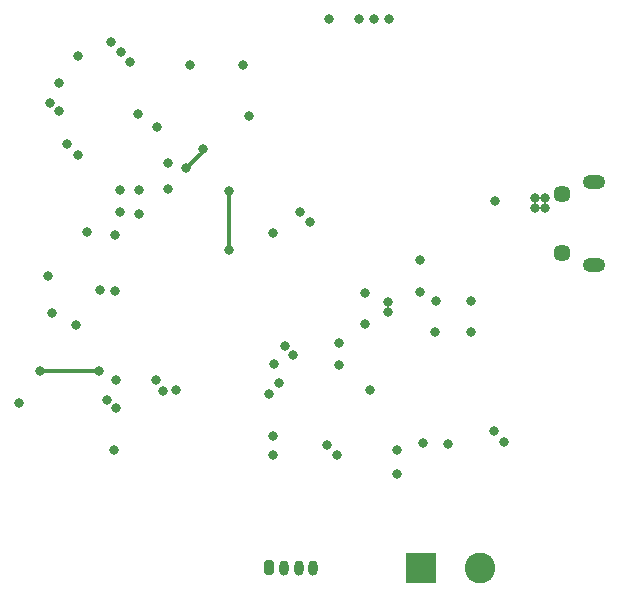
<source format=gbr>
%TF.GenerationSoftware,KiCad,Pcbnew,(5.1.10)-1*%
%TF.CreationDate,2021-09-20T20:27:13+02:00*%
%TF.ProjectId,STM32F405RG +  Gyro + I2C,53544d33-3246-4343-9035-5247202b2020,rev?*%
%TF.SameCoordinates,Original*%
%TF.FileFunction,Copper,L4,Bot*%
%TF.FilePolarity,Positive*%
%FSLAX46Y46*%
G04 Gerber Fmt 4.6, Leading zero omitted, Abs format (unit mm)*
G04 Created by KiCad (PCBNEW (5.1.10)-1) date 2021-09-20 20:27:13*
%MOMM*%
%LPD*%
G01*
G04 APERTURE LIST*
%TA.AperFunction,ComponentPad*%
%ADD10O,1.900000X1.200000*%
%TD*%
%TA.AperFunction,ComponentPad*%
%ADD11C,1.450000*%
%TD*%
%TA.AperFunction,ComponentPad*%
%ADD12C,2.600000*%
%TD*%
%TA.AperFunction,ComponentPad*%
%ADD13R,2.600000X2.600000*%
%TD*%
%TA.AperFunction,ComponentPad*%
%ADD14O,0.800000X1.300000*%
%TD*%
%TA.AperFunction,ViaPad*%
%ADD15C,0.800000*%
%TD*%
%TA.AperFunction,Conductor*%
%ADD16C,0.300000*%
%TD*%
G04 APERTURE END LIST*
D10*
%TO.P,J1,6*%
%TO.N,Net-(J1-Pad6)*%
X177900000Y-92800000D03*
X177900000Y-99800000D03*
D11*
X175200000Y-93800000D03*
X175200000Y-98800000D03*
%TD*%
D12*
%TO.P,J4,2*%
%TO.N,GND*%
X168250000Y-125500000D03*
D13*
%TO.P,J4,1*%
%TO.N,+12V*%
X163250000Y-125500000D03*
%TD*%
%TO.P,J2,1*%
%TO.N,+3V3*%
%TA.AperFunction,ComponentPad*%
G36*
G01*
X150010000Y-125870000D02*
X150010000Y-124970000D01*
G75*
G02*
X150210000Y-124770000I200000J0D01*
G01*
X150610000Y-124770000D01*
G75*
G02*
X150810000Y-124970000I0J-200000D01*
G01*
X150810000Y-125870000D01*
G75*
G02*
X150610000Y-126070000I-200000J0D01*
G01*
X150210000Y-126070000D01*
G75*
G02*
X150010000Y-125870000I0J200000D01*
G01*
G37*
%TD.AperFunction*%
D14*
%TO.P,J2,2*%
%TO.N,USART_TX*%
X151660000Y-125420000D03*
%TO.P,J2,3*%
%TO.N,USART_RX*%
X152910000Y-125420000D03*
%TO.P,J2,4*%
%TO.N,GND*%
X154160000Y-125420000D03*
%TD*%
D15*
%TO.N,GND*%
X163175000Y-102050000D03*
X163175000Y-99350000D03*
X136110000Y-101960000D03*
X136660000Y-111230000D03*
X137420000Y-111930000D03*
X141450000Y-110500000D03*
X140810000Y-109580000D03*
X152450000Y-107410000D03*
X151740000Y-106690000D03*
X151260000Y-109810000D03*
X150400000Y-110700000D03*
X150770000Y-114300000D03*
X153900000Y-96150000D03*
X153000000Y-95350000D03*
X158520000Y-104830000D03*
X158530000Y-102160000D03*
X159000000Y-110350000D03*
X156190000Y-115900000D03*
X155290000Y-115060000D03*
X161290000Y-117470000D03*
X161290000Y-115450000D03*
X165530000Y-114920000D03*
X163450000Y-114900000D03*
X169480000Y-113820000D03*
X170310000Y-114760000D03*
X143710000Y-82880000D03*
X133330000Y-89600000D03*
X134220000Y-90520000D03*
X137010000Y-80890000D03*
X137860000Y-81810000D03*
X169550000Y-94360000D03*
X137400000Y-101980000D03*
X134280000Y-82150000D03*
X139350000Y-87010000D03*
X131850000Y-86100000D03*
X132600000Y-86790000D03*
X148750000Y-87190000D03*
X131680000Y-100700000D03*
X134980000Y-97040000D03*
X137810000Y-93480000D03*
X137830000Y-95320000D03*
X141850000Y-93400000D03*
X172950000Y-95000000D03*
X172950000Y-94150000D03*
X173800000Y-95000000D03*
X173800000Y-94150000D03*
X158030000Y-78950000D03*
X159300000Y-78950000D03*
X155490000Y-78940000D03*
%TO.N,+3V3*%
X160610000Y-78950000D03*
X141880000Y-91190000D03*
X132600000Y-84390000D03*
X150770000Y-97060000D03*
X150760000Y-115850000D03*
X148210000Y-82880000D03*
X138650000Y-82600000D03*
X140970000Y-88138000D03*
X167510000Y-105470000D03*
X164490000Y-105460000D03*
X164540000Y-102880000D03*
X167490000Y-102890000D03*
X160470000Y-102950000D03*
X160460000Y-103800000D03*
X156380000Y-108300000D03*
X156380000Y-106450000D03*
X142500000Y-110350000D03*
X137430000Y-109530000D03*
X137330000Y-115430000D03*
X129286000Y-111506000D03*
X134112000Y-104902000D03*
X132080000Y-103886000D03*
X137414000Y-97282000D03*
X139446000Y-95504000D03*
X139446000Y-93472000D03*
X150830000Y-108160000D03*
%TO.N,TIM2_CH3*%
X131000000Y-108750000D03*
X136000000Y-108750000D03*
%TO.N,BOOT0*%
X144800000Y-90000000D03*
X143400000Y-91600000D03*
%TO.N,NRST*%
X147000000Y-98500000D03*
X147000000Y-93500000D03*
%TD*%
D16*
%TO.N,TIM2_CH3*%
X136000000Y-108750000D02*
X131000000Y-108750000D01*
%TO.N,BOOT0*%
X144800000Y-90200000D02*
X144800000Y-90000000D01*
X143400000Y-91600000D02*
X144800000Y-90200000D01*
%TO.N,NRST*%
X147000000Y-93500000D02*
X147000000Y-98500000D01*
%TD*%
M02*

</source>
